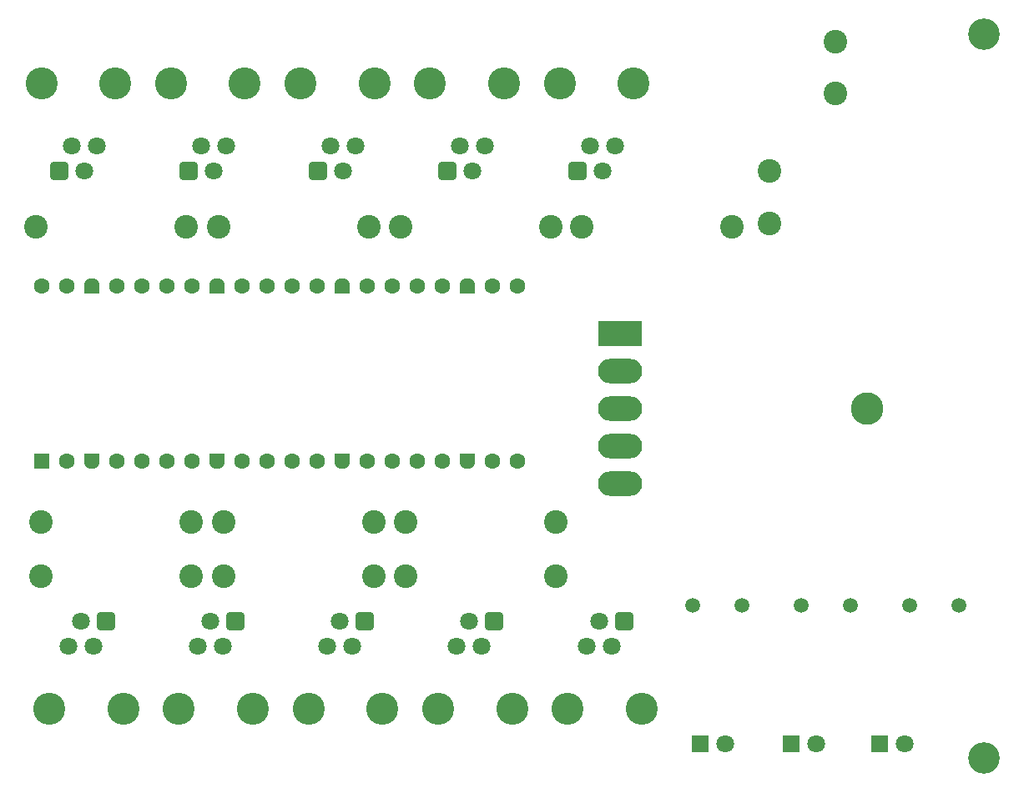
<source format=gbr>
%TF.GenerationSoftware,KiCad,Pcbnew,9.0.6-9.0.6~ubuntu25.04.1*%
%TF.CreationDate,2025-12-30T14:46:32-08:00*%
%TF.ProjectId,buzzer-pcb,62757a7a-6572-42d7-9063-622e6b696361,0*%
%TF.SameCoordinates,Original*%
%TF.FileFunction,Soldermask,Bot*%
%TF.FilePolarity,Negative*%
%FSLAX46Y46*%
G04 Gerber Fmt 4.6, Leading zero omitted, Abs format (unit mm)*
G04 Created by KiCad (PCBNEW 9.0.6-9.0.6~ubuntu25.04.1) date 2025-12-30 14:46:32*
%MOMM*%
%LPD*%
G01*
G04 APERTURE LIST*
G04 Aperture macros list*
%AMRoundRect*
0 Rectangle with rounded corners*
0 $1 Rounding radius*
0 $2 $3 $4 $5 $6 $7 $8 $9 X,Y pos of 4 corners*
0 Add a 4 corners polygon primitive as box body*
4,1,4,$2,$3,$4,$5,$6,$7,$8,$9,$2,$3,0*
0 Add four circle primitives for the rounded corners*
1,1,$1+$1,$2,$3*
1,1,$1+$1,$4,$5*
1,1,$1+$1,$6,$7*
1,1,$1+$1,$8,$9*
0 Add four rect primitives between the rounded corners*
20,1,$1+$1,$2,$3,$4,$5,0*
20,1,$1+$1,$4,$5,$6,$7,0*
20,1,$1+$1,$6,$7,$8,$9,0*
20,1,$1+$1,$8,$9,$2,$3,0*%
%AMFreePoly0*
4,1,37,0.603843,0.796157,0.639018,0.796157,0.711114,0.766294,0.766294,0.711114,0.796157,0.639018,0.796157,0.603843,0.800000,0.600000,0.800000,-0.600000,0.796157,-0.603843,0.796157,-0.639018,0.766294,-0.711114,0.711114,-0.766294,0.639018,-0.796157,0.603843,-0.796157,0.600000,-0.800000,0.000000,-0.800000,0.000000,-0.796148,-0.078414,-0.796148,-0.232228,-0.765552,-0.377117,-0.705537,
-0.507515,-0.618408,-0.618408,-0.507515,-0.705537,-0.377117,-0.765552,-0.232228,-0.796148,-0.078414,-0.796148,0.078414,-0.765552,0.232228,-0.705537,0.377117,-0.618408,0.507515,-0.507515,0.618408,-0.377117,0.705537,-0.232228,0.765552,-0.078414,0.796148,0.000000,0.796148,0.000000,0.800000,0.600000,0.800000,0.603843,0.796157,0.603843,0.796157,$1*%
%AMFreePoly1*
4,1,37,0.000000,0.796148,0.078414,0.796148,0.232228,0.765552,0.377117,0.705537,0.507515,0.618408,0.618408,0.507515,0.705537,0.377117,0.765552,0.232228,0.796148,0.078414,0.796148,-0.078414,0.765552,-0.232228,0.705537,-0.377117,0.618408,-0.507515,0.507515,-0.618408,0.377117,-0.705537,0.232228,-0.765552,0.078414,-0.796148,0.000000,-0.796148,0.000000,-0.800000,-0.600000,-0.800000,
-0.603843,-0.796157,-0.639018,-0.796157,-0.711114,-0.766294,-0.766294,-0.711114,-0.796157,-0.639018,-0.796157,-0.603843,-0.800000,-0.600000,-0.800000,0.600000,-0.796157,0.603843,-0.796157,0.639018,-0.766294,0.711114,-0.711114,0.766294,-0.639018,0.796157,-0.603843,0.796157,-0.600000,0.800000,0.000000,0.800000,0.000000,0.796148,0.000000,0.796148,$1*%
G04 Aperture macros list end*
%ADD10C,2.400000*%
%ADD11C,3.300000*%
%ADD12R,4.500000X2.500000*%
%ADD13O,4.500000X2.500000*%
%ADD14C,3.250000*%
%ADD15RoundRect,0.250000X0.650000X0.650000X-0.650000X0.650000X-0.650000X-0.650000X0.650000X-0.650000X0*%
%ADD16C,1.800000*%
%ADD17C,1.512000*%
%ADD18R,1.800000X1.800000*%
%ADD19RoundRect,0.250000X-0.650000X-0.650000X0.650000X-0.650000X0.650000X0.650000X-0.650000X0.650000X0*%
%ADD20RoundRect,0.200000X0.600000X-0.600000X0.600000X0.600000X-0.600000X0.600000X-0.600000X-0.600000X0*%
%ADD21C,1.600000*%
%ADD22FreePoly0,90.000000*%
%ADD23FreePoly1,90.000000*%
%ADD24C,3.200000*%
G04 APERTURE END LIST*
D10*
%TO.C,R2*%
X47620000Y-64500000D03*
X32380000Y-64500000D03*
%TD*%
D11*
%TO.C,U1*%
X97665000Y-53000000D03*
D12*
X72585000Y-45380000D03*
D13*
X72585000Y-49190000D03*
X72585000Y-53000000D03*
X72585000Y-56810000D03*
X72585000Y-60620000D03*
%TD*%
D14*
%TO.C,J8*%
X47700000Y-20000000D03*
X40200000Y-20000000D03*
D15*
X41980000Y-28890000D03*
D16*
X43250000Y-26350000D03*
X44520000Y-28890000D03*
X45790000Y-26350000D03*
%TD*%
D10*
%TO.C,R10*%
X28620000Y-34500000D03*
X13380000Y-34500000D03*
%TD*%
D17*
%TO.C,C1*%
X80000000Y-73000000D03*
X85000000Y-73000000D03*
%TD*%
D18*
%TO.C,Status2*%
X98960000Y-87000000D03*
D16*
X101500000Y-87000000D03*
%TD*%
D10*
%TO.C,Clear1*%
X94500000Y-21000000D03*
X94500000Y-15700000D03*
%TD*%
%TO.C,R8*%
X50380000Y-34500000D03*
X65620000Y-34500000D03*
%TD*%
D14*
%TO.C,J6*%
X74000000Y-20000000D03*
X66500000Y-20000000D03*
D15*
X68280000Y-28890000D03*
D16*
X69550000Y-26350000D03*
X70820000Y-28890000D03*
X72090000Y-26350000D03*
%TD*%
D14*
%TO.C,J4*%
X54150000Y-83500000D03*
X61650000Y-83500000D03*
D19*
X59870000Y-74610000D03*
D16*
X58600000Y-77150000D03*
X57330000Y-74610000D03*
X56060000Y-77150000D03*
%TD*%
D14*
%TO.C,J7*%
X60850000Y-20000000D03*
X53350000Y-20000000D03*
D15*
X55130000Y-28890000D03*
D16*
X56400000Y-26350000D03*
X57670000Y-28890000D03*
X58940000Y-26350000D03*
%TD*%
D17*
%TO.C,C3*%
X102000000Y-73000000D03*
X107000000Y-73000000D03*
%TD*%
D18*
%TO.C,ModBuzzLED1*%
X80725000Y-87000000D03*
D16*
X83265000Y-87000000D03*
%TD*%
D14*
%TO.C,J5*%
X67300000Y-83500000D03*
X74800000Y-83500000D03*
D19*
X73020000Y-74610000D03*
D16*
X71750000Y-77150000D03*
X70480000Y-74610000D03*
X69210000Y-77150000D03*
%TD*%
D10*
%TO.C,R3*%
X66120000Y-64500000D03*
X50880000Y-64500000D03*
%TD*%
%TO.C,R6*%
X84000000Y-34500000D03*
X68760000Y-34500000D03*
%TD*%
%TO.C,R7*%
X31880000Y-34500000D03*
X47120000Y-34500000D03*
%TD*%
D14*
%TO.C,J9*%
X34550000Y-20000000D03*
X27050000Y-20000000D03*
D15*
X28830000Y-28890000D03*
D16*
X30100000Y-26350000D03*
X31370000Y-28890000D03*
X32640000Y-26350000D03*
%TD*%
D10*
%TO.C,ModBuzz1*%
X87750000Y-28850000D03*
X87750000Y-34150000D03*
%TD*%
D14*
%TO.C,J3*%
X41000000Y-83500000D03*
X48500000Y-83500000D03*
D19*
X46720000Y-74610000D03*
D16*
X45450000Y-77150000D03*
X44180000Y-74610000D03*
X42910000Y-77150000D03*
%TD*%
D18*
%TO.C,Status1*%
X89960000Y-87000000D03*
D16*
X92500000Y-87000000D03*
%TD*%
D14*
%TO.C,J2*%
X27850000Y-83500000D03*
X35350000Y-83500000D03*
D19*
X33570000Y-74610000D03*
D16*
X32300000Y-77150000D03*
X31030000Y-74610000D03*
X29760000Y-77150000D03*
%TD*%
D10*
%TO.C,R4*%
X13880000Y-70000000D03*
X29120000Y-70000000D03*
%TD*%
D14*
%TO.C,J1*%
X14700000Y-83500000D03*
X22200000Y-83500000D03*
D19*
X20420000Y-74610000D03*
D16*
X19150000Y-77150000D03*
X17880000Y-74610000D03*
X16610000Y-77150000D03*
%TD*%
D10*
%TO.C,R1*%
X29120000Y-64500000D03*
X13880000Y-64500000D03*
%TD*%
D17*
%TO.C,C2*%
X91000000Y-73000000D03*
X96000000Y-73000000D03*
%TD*%
D14*
%TO.C,J10*%
X21400000Y-20000000D03*
X13900000Y-20000000D03*
D15*
X15680000Y-28890000D03*
D16*
X16950000Y-26350000D03*
X18220000Y-28890000D03*
X19490000Y-26350000D03*
%TD*%
D10*
%TO.C,R5*%
X47620000Y-70000000D03*
X32380000Y-70000000D03*
%TD*%
D20*
%TO.C,A1*%
X13980000Y-58280000D03*
D21*
X16520000Y-58280000D03*
D22*
X19060000Y-58280000D03*
D21*
X21600000Y-58280000D03*
X24140000Y-58280000D03*
X26680000Y-58280000D03*
X29220000Y-58280000D03*
D22*
X31760000Y-58280000D03*
D21*
X34300000Y-58280000D03*
X36840000Y-58280000D03*
X39380000Y-58280000D03*
X41920000Y-58280000D03*
D22*
X44460000Y-58280000D03*
D21*
X47000000Y-58280000D03*
X49540000Y-58280000D03*
X52080000Y-58280000D03*
X54620000Y-58280000D03*
D22*
X57160000Y-58280000D03*
D21*
X59700000Y-58280000D03*
X62240000Y-58280000D03*
X62240000Y-40500000D03*
X59700000Y-40500000D03*
D23*
X57160000Y-40500000D03*
D21*
X54620000Y-40500000D03*
X52080000Y-40500000D03*
X49540000Y-40500000D03*
X47000000Y-40500000D03*
D23*
X44460000Y-40500000D03*
D21*
X41920000Y-40500000D03*
X39380000Y-40500000D03*
X36840000Y-40500000D03*
X34300000Y-40500000D03*
D23*
X31760000Y-40500000D03*
D21*
X29220000Y-40500000D03*
X26680000Y-40500000D03*
X24140000Y-40500000D03*
X21600000Y-40500000D03*
D23*
X19060000Y-40500000D03*
D21*
X16520000Y-40500000D03*
X13980000Y-40500000D03*
%TD*%
D10*
%TO.C,R9*%
X50880000Y-70000000D03*
X66120000Y-70000000D03*
%TD*%
D24*
%TO.C,H1*%
X109500000Y-88500000D03*
%TD*%
%TO.C,H2*%
X109500000Y-15000000D03*
%TD*%
M02*

</source>
